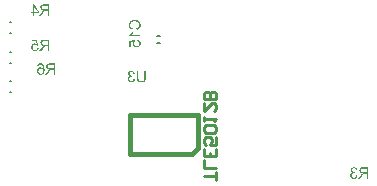
<source format=gbo>
G04*
G04 #@! TF.GenerationSoftware,Altium Limited,Altium Designer,20.1.14 (287)*
G04*
G04 Layer_Color=32896*
%FSLAX25Y25*%
%MOIN*%
G70*
G04*
G04 #@! TF.SameCoordinates,7F5ADFAE-F052-4B02-90E5-093173F2D11D*
G04*
G04*
G04 #@! TF.FilePolarity,Positive*
G04*
G01*
G75*
%ADD10C,0.00787*%
%ADD11C,0.01575*%
%ADD15C,0.00984*%
G36*
X-10879Y21043D02*
X-10801Y21035D01*
X-10727Y21023D01*
X-10653Y21007D01*
X-10588Y20986D01*
X-10526Y20966D01*
X-10469Y20941D01*
X-10419Y20920D01*
X-10370Y20896D01*
X-10329Y20871D01*
X-10296Y20851D01*
X-10264Y20830D01*
X-10243Y20814D01*
X-10223Y20801D01*
X-10214Y20793D01*
X-10210Y20789D01*
X-10157Y20740D01*
X-10108Y20683D01*
X-10063Y20625D01*
X-10022Y20568D01*
X-9985Y20506D01*
X-9956Y20449D01*
X-9903Y20330D01*
X-9882Y20277D01*
X-9866Y20227D01*
X-9854Y20182D01*
X-9841Y20145D01*
X-9833Y20113D01*
X-9829Y20088D01*
X-9825Y20072D01*
Y20068D01*
X-10288Y19986D01*
X-10313Y20105D01*
X-10346Y20207D01*
X-10383Y20297D01*
X-10424Y20367D01*
X-10456Y20424D01*
X-10489Y20461D01*
X-10510Y20486D01*
X-10518Y20494D01*
X-10592Y20551D01*
X-10665Y20592D01*
X-10743Y20625D01*
X-10813Y20646D01*
X-10879Y20658D01*
X-10903Y20662D01*
X-10928D01*
X-10948Y20666D01*
X-10973D01*
X-11071Y20658D01*
X-11157Y20642D01*
X-11235Y20613D01*
X-11301Y20584D01*
X-11350Y20551D01*
X-11387Y20523D01*
X-11412Y20506D01*
X-11420Y20498D01*
X-11453Y20465D01*
X-11477Y20433D01*
X-11522Y20359D01*
X-11555Y20289D01*
X-11576Y20223D01*
X-11588Y20162D01*
X-11592Y20117D01*
X-11596Y20096D01*
Y20084D01*
Y20076D01*
Y20072D01*
X-11592Y20014D01*
X-11584Y19961D01*
X-11576Y19908D01*
X-11559Y19863D01*
X-11518Y19781D01*
X-11477Y19715D01*
X-11432Y19662D01*
X-11391Y19625D01*
X-11375Y19613D01*
X-11366Y19604D01*
X-11358Y19596D01*
X-11354D01*
X-11264Y19543D01*
X-11170Y19506D01*
X-11079Y19477D01*
X-10998Y19461D01*
X-10928Y19448D01*
X-10899Y19444D01*
X-10870D01*
X-10850Y19440D01*
X-10797D01*
X-10772Y19444D01*
X-10751Y19448D01*
X-10743D01*
X-10694Y19043D01*
X-10764Y19059D01*
X-10829Y19071D01*
X-10883Y19080D01*
X-10932Y19088D01*
X-10969D01*
X-10998Y19092D01*
X-11022D01*
X-11079Y19088D01*
X-11137Y19084D01*
X-11239Y19059D01*
X-11330Y19026D01*
X-11407Y18989D01*
X-11469Y18948D01*
X-11494Y18932D01*
X-11514Y18915D01*
X-11530Y18903D01*
X-11543Y18891D01*
X-11547Y18887D01*
X-11551Y18883D01*
X-11588Y18842D01*
X-11621Y18801D01*
X-11649Y18760D01*
X-11674Y18715D01*
X-11711Y18629D01*
X-11740Y18542D01*
X-11752Y18469D01*
X-11756Y18440D01*
X-11760Y18411D01*
X-11764Y18391D01*
Y18370D01*
Y18362D01*
Y18358D01*
X-11760Y18296D01*
X-11756Y18239D01*
X-11727Y18128D01*
X-11694Y18034D01*
X-11654Y17952D01*
X-11629Y17915D01*
X-11608Y17886D01*
X-11592Y17858D01*
X-11576Y17837D01*
X-11559Y17821D01*
X-11547Y17808D01*
X-11543Y17800D01*
X-11539Y17796D01*
X-11494Y17755D01*
X-11449Y17722D01*
X-11403Y17694D01*
X-11358Y17665D01*
X-11264Y17624D01*
X-11174Y17599D01*
X-11100Y17583D01*
X-11063Y17579D01*
X-11039Y17575D01*
X-11014Y17571D01*
X-10981D01*
X-10883Y17579D01*
X-10788Y17599D01*
X-10711Y17624D01*
X-10641Y17657D01*
X-10583Y17690D01*
X-10542Y17714D01*
X-10530Y17727D01*
X-10518Y17735D01*
X-10514Y17743D01*
X-10510D01*
X-10477Y17780D01*
X-10444Y17817D01*
X-10387Y17903D01*
X-10341Y17997D01*
X-10305Y18091D01*
X-10276Y18178D01*
X-10268Y18214D01*
X-10260Y18247D01*
X-10251Y18276D01*
X-10247Y18296D01*
X-10243Y18309D01*
Y18313D01*
X-9780Y18251D01*
X-9792Y18165D01*
X-9809Y18083D01*
X-9833Y18005D01*
X-9858Y17932D01*
X-9886Y17862D01*
X-9919Y17800D01*
X-9952Y17739D01*
X-9985Y17690D01*
X-10018Y17640D01*
X-10046Y17599D01*
X-10075Y17562D01*
X-10100Y17534D01*
X-10124Y17509D01*
X-10141Y17493D01*
X-10149Y17485D01*
X-10153Y17481D01*
X-10214Y17427D01*
X-10284Y17382D01*
X-10350Y17345D01*
X-10419Y17308D01*
X-10489Y17280D01*
X-10559Y17259D01*
X-10624Y17239D01*
X-10690Y17222D01*
X-10751Y17210D01*
X-10805Y17202D01*
X-10854Y17194D01*
X-10899Y17189D01*
X-10932D01*
X-10961Y17185D01*
X-10981D01*
X-11084Y17189D01*
X-11178Y17202D01*
X-11268Y17218D01*
X-11354Y17239D01*
X-11436Y17263D01*
X-11510Y17292D01*
X-11580Y17325D01*
X-11641Y17357D01*
X-11699Y17386D01*
X-11748Y17419D01*
X-11793Y17448D01*
X-11826Y17472D01*
X-11854Y17493D01*
X-11875Y17509D01*
X-11887Y17522D01*
X-11891Y17526D01*
X-11957Y17591D01*
X-12010Y17661D01*
X-12059Y17731D01*
X-12100Y17804D01*
X-12137Y17874D01*
X-12166Y17944D01*
X-12191Y18009D01*
X-12211Y18075D01*
X-12228Y18136D01*
X-12236Y18190D01*
X-12244Y18239D01*
X-12252Y18284D01*
Y18317D01*
X-12256Y18346D01*
Y18362D01*
Y18366D01*
Y18432D01*
X-12248Y18497D01*
X-12228Y18616D01*
X-12195Y18719D01*
X-12178Y18764D01*
X-12162Y18805D01*
X-12145Y18846D01*
X-12129Y18879D01*
X-12113Y18907D01*
X-12096Y18928D01*
X-12084Y18948D01*
X-12076Y18961D01*
X-12072Y18969D01*
X-12068Y18973D01*
X-11994Y19059D01*
X-11908Y19129D01*
X-11822Y19182D01*
X-11740Y19227D01*
X-11662Y19260D01*
X-11629Y19272D01*
X-11604Y19280D01*
X-11580Y19289D01*
X-11563Y19293D01*
X-11551Y19297D01*
X-11547D01*
X-11637Y19346D01*
X-11715Y19395D01*
X-11785Y19448D01*
X-11838Y19502D01*
X-11883Y19547D01*
X-11912Y19584D01*
X-11932Y19608D01*
X-11936Y19613D01*
Y19617D01*
X-11981Y19694D01*
X-12014Y19772D01*
X-12039Y19846D01*
X-12055Y19916D01*
X-12064Y19973D01*
X-12072Y20022D01*
Y20039D01*
Y20051D01*
Y20059D01*
Y20064D01*
X-12068Y20158D01*
X-12051Y20248D01*
X-12027Y20330D01*
X-12002Y20404D01*
X-11977Y20465D01*
X-11965Y20490D01*
X-11953Y20510D01*
X-11945Y20527D01*
X-11936Y20543D01*
X-11932Y20547D01*
Y20551D01*
X-11875Y20633D01*
X-11809Y20703D01*
X-11744Y20765D01*
X-11678Y20818D01*
X-11621Y20859D01*
X-11576Y20888D01*
X-11555Y20900D01*
X-11543Y20908D01*
X-11535Y20912D01*
X-11530D01*
X-11432Y20957D01*
X-11334Y20990D01*
X-11235Y21015D01*
X-11149Y21031D01*
X-11071Y21039D01*
X-11043Y21043D01*
X-11014Y21047D01*
X-10961D01*
X-10879Y21043D01*
D02*
G37*
G36*
X-6155Y18850D02*
Y18739D01*
X-6164Y18637D01*
X-6168Y18538D01*
X-6180Y18448D01*
X-6188Y18362D01*
X-6200Y18284D01*
X-6213Y18214D01*
X-6229Y18149D01*
X-6242Y18091D01*
X-6254Y18042D01*
X-6266Y17997D01*
X-6278Y17964D01*
X-6287Y17936D01*
X-6295Y17915D01*
X-6299Y17903D01*
Y17899D01*
X-6328Y17837D01*
X-6360Y17776D01*
X-6434Y17669D01*
X-6512Y17579D01*
X-6594Y17505D01*
X-6631Y17472D01*
X-6664Y17448D01*
X-6697Y17423D01*
X-6725Y17403D01*
X-6746Y17390D01*
X-6762Y17378D01*
X-6775Y17374D01*
X-6779Y17370D01*
X-6844Y17337D01*
X-6914Y17312D01*
X-7057Y17267D01*
X-7205Y17234D01*
X-7344Y17214D01*
X-7406Y17206D01*
X-7467Y17198D01*
X-7517Y17194D01*
X-7562D01*
X-7599Y17189D01*
X-7652D01*
X-7750Y17194D01*
X-7845Y17198D01*
X-7935Y17210D01*
X-8021Y17222D01*
X-8099Y17239D01*
X-8173Y17255D01*
X-8238Y17276D01*
X-8296Y17296D01*
X-8353Y17312D01*
X-8398Y17333D01*
X-8439Y17349D01*
X-8472Y17366D01*
X-8501Y17378D01*
X-8517Y17390D01*
X-8529Y17394D01*
X-8533Y17399D01*
X-8595Y17439D01*
X-8652Y17481D01*
X-8702Y17526D01*
X-8751Y17571D01*
X-8792Y17616D01*
X-8833Y17665D01*
X-8866Y17706D01*
X-8894Y17751D01*
X-8943Y17825D01*
X-8960Y17858D01*
X-8976Y17886D01*
X-8988Y17911D01*
X-8997Y17927D01*
X-9001Y17940D01*
Y17944D01*
X-9025Y18009D01*
X-9046Y18079D01*
X-9079Y18227D01*
X-9099Y18378D01*
X-9116Y18522D01*
X-9120Y18592D01*
X-9124Y18653D01*
X-9128Y18706D01*
X-9132Y18756D01*
Y18797D01*
Y18825D01*
Y18842D01*
Y18850D01*
Y21035D01*
X-8632D01*
Y18850D01*
X-8628Y18723D01*
X-8624Y18604D01*
X-8611Y18497D01*
X-8595Y18399D01*
X-8579Y18313D01*
X-8558Y18235D01*
X-8533Y18165D01*
X-8513Y18104D01*
X-8492Y18050D01*
X-8468Y18005D01*
X-8447Y17968D01*
X-8431Y17940D01*
X-8415Y17919D01*
X-8406Y17903D01*
X-8398Y17895D01*
X-8394Y17890D01*
X-8345Y17845D01*
X-8292Y17808D01*
X-8234Y17776D01*
X-8173Y17747D01*
X-8107Y17722D01*
X-8041Y17702D01*
X-7914Y17673D01*
X-7853Y17661D01*
X-7795Y17653D01*
X-7742Y17649D01*
X-7697Y17645D01*
X-7660Y17640D01*
X-7607D01*
X-7492Y17645D01*
X-7385Y17661D01*
X-7291Y17681D01*
X-7209Y17702D01*
X-7176Y17714D01*
X-7148Y17727D01*
X-7119Y17735D01*
X-7098Y17743D01*
X-7082Y17751D01*
X-7070Y17759D01*
X-7062Y17763D01*
X-7057D01*
X-6979Y17817D01*
X-6914Y17874D01*
X-6861Y17932D01*
X-6820Y17993D01*
X-6787Y18042D01*
X-6762Y18087D01*
X-6754Y18104D01*
X-6750Y18116D01*
X-6746Y18120D01*
Y18124D01*
X-6729Y18169D01*
X-6717Y18223D01*
X-6692Y18337D01*
X-6676Y18456D01*
X-6668Y18575D01*
X-6664Y18629D01*
X-6660Y18682D01*
Y18727D01*
X-6656Y18768D01*
Y18805D01*
Y18829D01*
Y18846D01*
Y18850D01*
Y21035D01*
X-6155D01*
Y18850D01*
D02*
G37*
G36*
X-41170Y23578D02*
X-41067Y23562D01*
X-40969Y23542D01*
X-40879Y23513D01*
X-40793Y23480D01*
X-40715Y23443D01*
X-40641Y23406D01*
X-40576Y23365D01*
X-40518Y23324D01*
X-40469Y23287D01*
X-40424Y23250D01*
X-40391Y23218D01*
X-40362Y23189D01*
X-40342Y23168D01*
X-40330Y23152D01*
X-40325Y23148D01*
X-40256Y23050D01*
X-40190Y22939D01*
X-40137Y22816D01*
X-40092Y22689D01*
X-40051Y22558D01*
X-40018Y22426D01*
X-39993Y22295D01*
X-39969Y22164D01*
X-39952Y22041D01*
X-39940Y21926D01*
X-39932Y21824D01*
X-39928Y21734D01*
X-39924Y21692D01*
Y21660D01*
X-39919Y21627D01*
Y21602D01*
Y21582D01*
Y21565D01*
Y21557D01*
Y21553D01*
X-39924Y21377D01*
X-39936Y21213D01*
X-39952Y21061D01*
X-39977Y20922D01*
X-40006Y20795D01*
X-40034Y20680D01*
X-40067Y20577D01*
X-40104Y20487D01*
X-40137Y20405D01*
X-40170Y20335D01*
X-40198Y20278D01*
X-40227Y20233D01*
X-40252Y20196D01*
X-40268Y20171D01*
X-40280Y20155D01*
X-40284Y20151D01*
X-40354Y20077D01*
X-40432Y20011D01*
X-40506Y19954D01*
X-40588Y19905D01*
X-40666Y19864D01*
X-40744Y19827D01*
X-40821Y19802D01*
X-40895Y19778D01*
X-40965Y19761D01*
X-41026Y19749D01*
X-41084Y19737D01*
X-41133Y19733D01*
X-41174Y19729D01*
X-41207Y19725D01*
X-41232D01*
X-41355Y19733D01*
X-41469Y19749D01*
X-41576Y19774D01*
X-41666Y19806D01*
X-41703Y19819D01*
X-41740Y19835D01*
X-41769Y19848D01*
X-41793Y19860D01*
X-41814Y19868D01*
X-41830Y19876D01*
X-41838Y19884D01*
X-41842D01*
X-41937Y19950D01*
X-42023Y20028D01*
X-42097Y20106D01*
X-42154Y20180D01*
X-42203Y20249D01*
X-42220Y20278D01*
X-42236Y20303D01*
X-42248Y20323D01*
X-42257Y20339D01*
X-42265Y20348D01*
Y20352D01*
X-42318Y20471D01*
X-42355Y20585D01*
X-42384Y20696D01*
X-42400Y20799D01*
X-42408Y20844D01*
X-42412Y20889D01*
X-42416Y20926D01*
Y20955D01*
X-42421Y20983D01*
Y21000D01*
Y21012D01*
Y21016D01*
X-42416Y21114D01*
X-42408Y21209D01*
X-42392Y21299D01*
X-42371Y21381D01*
X-42343Y21459D01*
X-42318Y21533D01*
X-42285Y21598D01*
X-42257Y21660D01*
X-42228Y21713D01*
X-42195Y21762D01*
X-42170Y21803D01*
X-42146Y21836D01*
X-42121Y21865D01*
X-42105Y21881D01*
X-42097Y21893D01*
X-42092Y21897D01*
X-42031Y21959D01*
X-41965Y22012D01*
X-41900Y22057D01*
X-41830Y22098D01*
X-41765Y22131D01*
X-41699Y22160D01*
X-41633Y22180D01*
X-41576Y22201D01*
X-41519Y22213D01*
X-41465Y22226D01*
X-41420Y22230D01*
X-41379Y22238D01*
X-41346D01*
X-41322Y22242D01*
X-41301D01*
X-41203Y22238D01*
X-41109Y22221D01*
X-41022Y22201D01*
X-40944Y22180D01*
X-40879Y22156D01*
X-40854Y22143D01*
X-40830Y22135D01*
X-40813Y22127D01*
X-40801Y22119D01*
X-40793Y22115D01*
X-40789D01*
X-40703Y22061D01*
X-40625Y22004D01*
X-40555Y21943D01*
X-40494Y21881D01*
X-40448Y21824D01*
X-40411Y21779D01*
X-40399Y21762D01*
X-40391Y21750D01*
X-40383Y21742D01*
X-40383Y21738D01*
Y21742D01*
X-40383Y21742D01*
X-40387Y21840D01*
X-40391Y21938D01*
X-40395Y22029D01*
X-40403Y22111D01*
X-40416Y22189D01*
X-40428Y22262D01*
X-40436Y22328D01*
X-40448Y22385D01*
X-40461Y22435D01*
X-40473Y22480D01*
X-40485Y22521D01*
X-40494Y22549D01*
X-40502Y22574D01*
X-40510Y22594D01*
X-40514Y22603D01*
Y22607D01*
X-40567Y22713D01*
X-40621Y22808D01*
X-40678Y22890D01*
X-40735Y22955D01*
X-40785Y23009D01*
X-40821Y23045D01*
X-40838Y23058D01*
X-40850Y23066D01*
X-40854Y23074D01*
X-40858D01*
X-40924Y23115D01*
X-40990Y23148D01*
X-41055Y23168D01*
X-41117Y23185D01*
X-41170Y23193D01*
X-41215Y23201D01*
X-41252D01*
X-41301Y23197D01*
X-41350Y23193D01*
X-41441Y23168D01*
X-41523Y23140D01*
X-41588Y23103D01*
X-41646Y23066D01*
X-41687Y23033D01*
X-41699Y23021D01*
X-41711Y23009D01*
X-41715Y23005D01*
X-41719Y23000D01*
X-41760Y22947D01*
X-41793Y22886D01*
X-41826Y22820D01*
X-41851Y22754D01*
X-41871Y22697D01*
X-41883Y22648D01*
X-41888Y22627D01*
X-41892Y22615D01*
X-41896Y22607D01*
Y22603D01*
X-42359Y22640D01*
X-42347Y22722D01*
X-42326Y22795D01*
X-42306Y22865D01*
X-42281Y22931D01*
X-42252Y22992D01*
X-42224Y23050D01*
X-42195Y23103D01*
X-42166Y23148D01*
X-42138Y23189D01*
X-42109Y23226D01*
X-42084Y23259D01*
X-42060Y23283D01*
X-42043Y23304D01*
X-42027Y23316D01*
X-42019Y23324D01*
X-42015Y23328D01*
X-41957Y23373D01*
X-41900Y23410D01*
X-41842Y23447D01*
X-41781Y23476D01*
X-41715Y23501D01*
X-41658Y23521D01*
X-41539Y23550D01*
X-41486Y23562D01*
X-41436Y23570D01*
X-41391Y23574D01*
X-41355Y23578D01*
X-41326Y23583D01*
X-41281D01*
X-41170Y23578D01*
D02*
G37*
G36*
X-36320Y19786D02*
X-36820D01*
Y21467D01*
X-37464D01*
X-37521Y21463D01*
X-37570Y21459D01*
X-37611D01*
X-37640Y21455D01*
X-37660Y21451D01*
X-37673Y21447D01*
X-37677D01*
X-37722Y21434D01*
X-37763Y21418D01*
X-37800Y21401D01*
X-37837Y21385D01*
X-37865Y21369D01*
X-37886Y21356D01*
X-37902Y21348D01*
X-37906Y21344D01*
X-37947Y21315D01*
X-37993Y21274D01*
X-38038Y21233D01*
X-38074Y21192D01*
X-38111Y21155D01*
X-38136Y21123D01*
X-38152Y21102D01*
X-38161Y21098D01*
Y21094D01*
X-38218Y21020D01*
X-38280Y20938D01*
X-38337Y20852D01*
X-38394Y20766D01*
X-38443Y20692D01*
X-38468Y20659D01*
X-38484Y20631D01*
X-38501Y20606D01*
X-38513Y20590D01*
X-38517Y20577D01*
X-38521Y20573D01*
X-39022Y19786D01*
X-39649D01*
X-38993Y20815D01*
X-38919Y20922D01*
X-38845Y21020D01*
X-38776Y21106D01*
X-38714Y21180D01*
X-38661Y21237D01*
X-38636Y21262D01*
X-38616Y21283D01*
X-38599Y21299D01*
X-38587Y21311D01*
X-38583Y21315D01*
X-38579Y21319D01*
X-38538Y21352D01*
X-38489Y21389D01*
X-38439Y21418D01*
X-38390Y21447D01*
X-38345Y21471D01*
X-38308Y21492D01*
X-38284Y21504D01*
X-38280Y21508D01*
X-38275D01*
X-38374Y21524D01*
X-38468Y21545D01*
X-38554Y21569D01*
X-38632Y21594D01*
X-38706Y21623D01*
X-38772Y21652D01*
X-38829Y21680D01*
X-38882Y21709D01*
X-38931Y21738D01*
X-38972Y21766D01*
X-39005Y21791D01*
X-39034Y21811D01*
X-39054Y21832D01*
X-39071Y21844D01*
X-39079Y21852D01*
X-39083Y21857D01*
X-39128Y21910D01*
X-39169Y21963D01*
X-39206Y22020D01*
X-39235Y22078D01*
X-39259Y22135D01*
X-39280Y22193D01*
X-39313Y22299D01*
X-39325Y22348D01*
X-39333Y22394D01*
X-39337Y22435D01*
X-39341Y22471D01*
X-39345Y22496D01*
Y22521D01*
Y22533D01*
Y22537D01*
X-39337Y22652D01*
X-39321Y22759D01*
X-39296Y22853D01*
X-39268Y22939D01*
X-39251Y22976D01*
X-39235Y23009D01*
X-39222Y23037D01*
X-39210Y23062D01*
X-39202Y23082D01*
X-39194Y23095D01*
X-39186Y23103D01*
Y23107D01*
X-39124Y23197D01*
X-39054Y23271D01*
X-38985Y23337D01*
X-38915Y23386D01*
X-38858Y23423D01*
X-38808Y23447D01*
X-38788Y23456D01*
X-38776Y23464D01*
X-38767Y23468D01*
X-38763D01*
X-38710Y23484D01*
X-38657Y23501D01*
X-38534Y23525D01*
X-38407Y23546D01*
X-38284Y23558D01*
X-38222Y23562D01*
X-38169Y23566D01*
X-38124D01*
X-38079Y23570D01*
X-36320D01*
Y19786D01*
D02*
G37*
G36*
X-41980Y29458D02*
X-42415Y29396D01*
X-42456Y29454D01*
X-42501Y29507D01*
X-42550Y29552D01*
X-42591Y29593D01*
X-42632Y29622D01*
X-42665Y29647D01*
X-42685Y29659D01*
X-42694Y29663D01*
X-42763Y29700D01*
X-42833Y29724D01*
X-42903Y29745D01*
X-42968Y29757D01*
X-43022Y29765D01*
X-43067Y29770D01*
X-43104D01*
X-43169Y29765D01*
X-43231Y29761D01*
X-43292Y29749D01*
X-43345Y29733D01*
X-43448Y29696D01*
X-43489Y29675D01*
X-43530Y29655D01*
X-43567Y29630D01*
X-43596Y29610D01*
X-43624Y29589D01*
X-43645Y29573D01*
X-43661Y29556D01*
X-43678Y29544D01*
X-43682Y29540D01*
X-43686Y29536D01*
X-43727Y29491D01*
X-43760Y29441D01*
X-43792Y29392D01*
X-43817Y29343D01*
X-43858Y29237D01*
X-43883Y29138D01*
X-43891Y29089D01*
X-43899Y29048D01*
X-43903Y29007D01*
X-43907Y28974D01*
X-43911Y28945D01*
Y28925D01*
Y28913D01*
Y28909D01*
X-43907Y28831D01*
X-43903Y28761D01*
X-43891Y28691D01*
X-43874Y28626D01*
X-43858Y28568D01*
X-43837Y28511D01*
X-43817Y28462D01*
X-43797Y28416D01*
X-43772Y28376D01*
X-43751Y28339D01*
X-43731Y28310D01*
X-43714Y28281D01*
X-43698Y28261D01*
X-43686Y28248D01*
X-43682Y28240D01*
X-43678Y28236D01*
X-43633Y28191D01*
X-43587Y28154D01*
X-43542Y28121D01*
X-43493Y28093D01*
X-43444Y28068D01*
X-43399Y28047D01*
X-43309Y28019D01*
X-43231Y27998D01*
X-43198Y27994D01*
X-43169Y27990D01*
X-43145Y27986D01*
X-43112D01*
X-43058Y27990D01*
X-43009Y27994D01*
X-42919Y28015D01*
X-42837Y28043D01*
X-42767Y28076D01*
X-42710Y28105D01*
X-42669Y28134D01*
X-42653Y28146D01*
X-42640Y28154D01*
X-42636Y28162D01*
X-42632D01*
X-42599Y28199D01*
X-42566Y28236D01*
X-42513Y28318D01*
X-42468Y28408D01*
X-42435Y28494D01*
X-42415Y28572D01*
X-42402Y28609D01*
X-42398Y28638D01*
X-42394Y28662D01*
X-42390Y28679D01*
X-42386Y28691D01*
Y28695D01*
X-41898Y28658D01*
X-41910Y28572D01*
X-41927Y28486D01*
X-41947Y28408D01*
X-41976Y28335D01*
X-42005Y28269D01*
X-42033Y28203D01*
X-42066Y28146D01*
X-42099Y28097D01*
X-42132Y28047D01*
X-42161Y28007D01*
X-42189Y27974D01*
X-42218Y27945D01*
X-42239Y27920D01*
X-42255Y27904D01*
X-42263Y27896D01*
X-42267Y27892D01*
X-42333Y27843D01*
X-42398Y27797D01*
X-42468Y27760D01*
X-42538Y27728D01*
X-42608Y27699D01*
X-42677Y27674D01*
X-42747Y27654D01*
X-42812Y27642D01*
X-42874Y27629D01*
X-42931Y27621D01*
X-42981Y27613D01*
X-43026Y27609D01*
X-43063Y27605D01*
X-43112D01*
X-43227Y27609D01*
X-43333Y27625D01*
X-43436Y27646D01*
X-43530Y27678D01*
X-43620Y27711D01*
X-43702Y27748D01*
X-43776Y27793D01*
X-43842Y27834D01*
X-43903Y27875D01*
X-43956Y27920D01*
X-44001Y27957D01*
X-44038Y27994D01*
X-44067Y28023D01*
X-44088Y28043D01*
X-44100Y28060D01*
X-44104Y28064D01*
X-44157Y28134D01*
X-44202Y28207D01*
X-44243Y28285D01*
X-44276Y28359D01*
X-44305Y28433D01*
X-44330Y28507D01*
X-44350Y28580D01*
X-44366Y28646D01*
X-44379Y28712D01*
X-44387Y28769D01*
X-44395Y28818D01*
X-44399Y28863D01*
X-44403Y28900D01*
Y28925D01*
Y28945D01*
Y28949D01*
X-44399Y29048D01*
X-44387Y29142D01*
X-44370Y29232D01*
X-44350Y29314D01*
X-44325Y29396D01*
X-44293Y29466D01*
X-44264Y29536D01*
X-44231Y29597D01*
X-44198Y29651D01*
X-44170Y29696D01*
X-44141Y29741D01*
X-44112Y29774D01*
X-44092Y29798D01*
X-44075Y29819D01*
X-44063Y29831D01*
X-44059Y29835D01*
X-43993Y29897D01*
X-43924Y29950D01*
X-43854Y29995D01*
X-43784Y30036D01*
X-43714Y30069D01*
X-43645Y30097D01*
X-43579Y30118D01*
X-43514Y30138D01*
X-43456Y30151D01*
X-43399Y30163D01*
X-43350Y30167D01*
X-43309Y30175D01*
X-43276D01*
X-43247Y30180D01*
X-43227D01*
X-43157Y30175D01*
X-43087Y30171D01*
X-43022Y30159D01*
X-42956Y30143D01*
X-42837Y30106D01*
X-42780Y30081D01*
X-42731Y30061D01*
X-42681Y30040D01*
X-42640Y30016D01*
X-42603Y29995D01*
X-42571Y29979D01*
X-42546Y29962D01*
X-42530Y29954D01*
X-42517Y29946D01*
X-42513Y29942D01*
X-42714Y30959D01*
X-44227D01*
Y31401D01*
X-42345D01*
X-41980Y29458D01*
D02*
G37*
G36*
X-38274Y27666D02*
X-38774D01*
Y29347D01*
X-39418D01*
X-39475Y29343D01*
X-39524Y29339D01*
X-39565D01*
X-39594Y29335D01*
X-39614Y29331D01*
X-39627Y29327D01*
X-39631D01*
X-39676Y29314D01*
X-39717Y29298D01*
X-39754Y29282D01*
X-39791Y29265D01*
X-39819Y29249D01*
X-39840Y29237D01*
X-39856Y29228D01*
X-39860Y29224D01*
X-39902Y29195D01*
X-39947Y29155D01*
X-39992Y29114D01*
X-40029Y29072D01*
X-40066Y29036D01*
X-40090Y29003D01*
X-40106Y28982D01*
X-40115Y28978D01*
Y28974D01*
X-40172Y28900D01*
X-40234Y28818D01*
X-40291Y28732D01*
X-40348Y28646D01*
X-40398Y28572D01*
X-40422Y28539D01*
X-40439Y28511D01*
X-40455Y28486D01*
X-40467Y28470D01*
X-40471Y28457D01*
X-40475Y28453D01*
X-40976Y27666D01*
X-41603D01*
X-40947Y28695D01*
X-40873Y28802D01*
X-40799Y28900D01*
X-40730Y28986D01*
X-40668Y29060D01*
X-40615Y29118D01*
X-40590Y29142D01*
X-40570Y29163D01*
X-40553Y29179D01*
X-40541Y29191D01*
X-40537Y29195D01*
X-40533Y29200D01*
X-40492Y29232D01*
X-40443Y29269D01*
X-40393Y29298D01*
X-40344Y29327D01*
X-40299Y29351D01*
X-40262Y29372D01*
X-40238Y29384D01*
X-40234Y29388D01*
X-40229D01*
X-40328Y29405D01*
X-40422Y29425D01*
X-40508Y29450D01*
X-40586Y29474D01*
X-40660Y29503D01*
X-40726Y29532D01*
X-40783Y29560D01*
X-40836Y29589D01*
X-40885Y29618D01*
X-40927Y29647D01*
X-40959Y29671D01*
X-40988Y29692D01*
X-41008Y29712D01*
X-41025Y29724D01*
X-41033Y29733D01*
X-41037Y29737D01*
X-41082Y29790D01*
X-41123Y29843D01*
X-41160Y29901D01*
X-41189Y29958D01*
X-41214Y30016D01*
X-41234Y30073D01*
X-41267Y30180D01*
X-41279Y30229D01*
X-41287Y30274D01*
X-41291Y30315D01*
X-41295Y30352D01*
X-41300Y30376D01*
Y30401D01*
Y30413D01*
Y30417D01*
X-41291Y30532D01*
X-41275Y30639D01*
X-41250Y30733D01*
X-41222Y30819D01*
X-41205Y30856D01*
X-41189Y30889D01*
X-41177Y30918D01*
X-41164Y30942D01*
X-41156Y30963D01*
X-41148Y30975D01*
X-41140Y30983D01*
Y30987D01*
X-41078Y31077D01*
X-41008Y31151D01*
X-40939Y31217D01*
X-40869Y31266D01*
X-40812Y31303D01*
X-40762Y31328D01*
X-40742Y31336D01*
X-40730Y31344D01*
X-40721Y31348D01*
X-40717D01*
X-40664Y31364D01*
X-40611Y31381D01*
X-40488Y31405D01*
X-40361Y31426D01*
X-40238Y31438D01*
X-40176Y31442D01*
X-40123Y31446D01*
X-40078D01*
X-40033Y31451D01*
X-38274D01*
Y27666D01*
D02*
G37*
G36*
X-38294Y39446D02*
X-38794D01*
Y41127D01*
X-39438D01*
X-39496Y41123D01*
X-39545Y41119D01*
X-39586D01*
X-39614Y41115D01*
X-39635Y41111D01*
X-39647Y41107D01*
X-39651D01*
X-39696Y41095D01*
X-39737Y41078D01*
X-39774Y41062D01*
X-39811Y41045D01*
X-39840Y41029D01*
X-39860Y41017D01*
X-39877Y41008D01*
X-39881Y41004D01*
X-39922Y40976D01*
X-39967Y40935D01*
X-40012Y40894D01*
X-40049Y40853D01*
X-40086Y40816D01*
X-40111Y40783D01*
X-40127Y40762D01*
X-40135Y40758D01*
Y40754D01*
X-40193Y40681D01*
X-40254Y40598D01*
X-40312Y40512D01*
X-40369Y40426D01*
X-40418Y40352D01*
X-40443Y40320D01*
X-40459Y40291D01*
X-40475Y40266D01*
X-40488Y40250D01*
X-40492Y40238D01*
X-40496Y40234D01*
X-40996Y39446D01*
X-41623D01*
X-40968Y40475D01*
X-40894Y40582D01*
X-40820Y40681D01*
X-40750Y40767D01*
X-40689Y40840D01*
X-40635Y40898D01*
X-40611Y40922D01*
X-40590Y40943D01*
X-40574Y40959D01*
X-40562Y40972D01*
X-40558Y40976D01*
X-40553Y40980D01*
X-40512Y41013D01*
X-40463Y41050D01*
X-40414Y41078D01*
X-40365Y41107D01*
X-40320Y41131D01*
X-40283Y41152D01*
X-40258Y41164D01*
X-40254Y41168D01*
X-40250D01*
X-40348Y41185D01*
X-40443Y41205D01*
X-40529Y41230D01*
X-40607Y41254D01*
X-40681Y41283D01*
X-40746Y41312D01*
X-40804Y41341D01*
X-40857Y41369D01*
X-40906Y41398D01*
X-40947Y41427D01*
X-40980Y41451D01*
X-41008Y41472D01*
X-41029Y41492D01*
X-41045Y41505D01*
X-41054Y41513D01*
X-41058Y41517D01*
X-41103Y41570D01*
X-41144Y41623D01*
X-41181Y41681D01*
X-41209Y41738D01*
X-41234Y41796D01*
X-41254Y41853D01*
X-41287Y41960D01*
X-41300Y42009D01*
X-41308Y42054D01*
X-41312Y42095D01*
X-41316Y42132D01*
X-41320Y42156D01*
Y42181D01*
Y42193D01*
Y42197D01*
X-41312Y42312D01*
X-41295Y42419D01*
X-41271Y42513D01*
X-41242Y42599D01*
X-41226Y42636D01*
X-41209Y42669D01*
X-41197Y42698D01*
X-41185Y42722D01*
X-41177Y42743D01*
X-41168Y42755D01*
X-41160Y42763D01*
Y42767D01*
X-41099Y42858D01*
X-41029Y42931D01*
X-40959Y42997D01*
X-40890Y43046D01*
X-40832Y43083D01*
X-40783Y43108D01*
X-40762Y43116D01*
X-40750Y43124D01*
X-40742Y43128D01*
X-40738D01*
X-40685Y43145D01*
X-40631Y43161D01*
X-40508Y43186D01*
X-40381Y43206D01*
X-40258Y43218D01*
X-40197Y43222D01*
X-40143Y43227D01*
X-40098D01*
X-40053Y43231D01*
X-38294D01*
Y39446D01*
D02*
G37*
G36*
X-41759Y40779D02*
Y40352D01*
X-43407D01*
Y39446D01*
X-43870D01*
Y40352D01*
X-44383D01*
Y40779D01*
X-43870D01*
Y43231D01*
X-43489D01*
X-41759Y40779D01*
D02*
G37*
G36*
X63327Y-11073D02*
X63405Y-11081D01*
X63479Y-11094D01*
X63553Y-11110D01*
X63618Y-11130D01*
X63680Y-11151D01*
X63737Y-11175D01*
X63786Y-11196D01*
X63836Y-11221D01*
X63877Y-11245D01*
X63909Y-11266D01*
X63942Y-11286D01*
X63963Y-11303D01*
X63983Y-11315D01*
X63991Y-11323D01*
X63995Y-11327D01*
X64049Y-11376D01*
X64098Y-11434D01*
X64143Y-11491D01*
X64184Y-11549D01*
X64221Y-11610D01*
X64250Y-11667D01*
X64303Y-11786D01*
X64324Y-11840D01*
X64340Y-11889D01*
X64352Y-11934D01*
X64364Y-11971D01*
X64373Y-12004D01*
X64377Y-12028D01*
X64381Y-12045D01*
Y-12049D01*
X63918Y-12131D01*
X63893Y-12012D01*
X63860Y-11909D01*
X63823Y-11819D01*
X63782Y-11750D01*
X63749Y-11692D01*
X63717Y-11655D01*
X63696Y-11631D01*
X63688Y-11622D01*
X63614Y-11565D01*
X63540Y-11524D01*
X63463Y-11491D01*
X63393Y-11471D01*
X63327Y-11458D01*
X63303Y-11454D01*
X63278D01*
X63257Y-11450D01*
X63233D01*
X63134Y-11458D01*
X63048Y-11475D01*
X62971Y-11503D01*
X62905Y-11532D01*
X62856Y-11565D01*
X62819Y-11594D01*
X62794Y-11610D01*
X62786Y-11618D01*
X62753Y-11651D01*
X62729Y-11684D01*
X62683Y-11758D01*
X62651Y-11827D01*
X62630Y-11893D01*
X62618Y-11954D01*
X62614Y-12000D01*
X62610Y-12020D01*
Y-12032D01*
Y-12041D01*
Y-12045D01*
X62614Y-12102D01*
X62622Y-12155D01*
X62630Y-12209D01*
X62647Y-12254D01*
X62688Y-12336D01*
X62729Y-12401D01*
X62774Y-12455D01*
X62815Y-12492D01*
X62831Y-12504D01*
X62839Y-12512D01*
X62848Y-12520D01*
X62852D01*
X62942Y-12574D01*
X63036Y-12610D01*
X63126Y-12639D01*
X63208Y-12656D01*
X63278Y-12668D01*
X63307Y-12672D01*
X63335D01*
X63356Y-12676D01*
X63409D01*
X63434Y-12672D01*
X63454Y-12668D01*
X63463D01*
X63512Y-13074D01*
X63442Y-13057D01*
X63376Y-13045D01*
X63323Y-13037D01*
X63274Y-13029D01*
X63237D01*
X63208Y-13025D01*
X63184D01*
X63126Y-13029D01*
X63069Y-13033D01*
X62966Y-13057D01*
X62876Y-13090D01*
X62798Y-13127D01*
X62737Y-13168D01*
X62712Y-13184D01*
X62692Y-13201D01*
X62675Y-13213D01*
X62663Y-13226D01*
X62659Y-13230D01*
X62655Y-13234D01*
X62618Y-13275D01*
X62585Y-13316D01*
X62556Y-13357D01*
X62532Y-13402D01*
X62495Y-13488D01*
X62466Y-13574D01*
X62454Y-13648D01*
X62450Y-13677D01*
X62446Y-13705D01*
X62442Y-13726D01*
Y-13746D01*
Y-13754D01*
Y-13758D01*
X62446Y-13820D01*
X62450Y-13877D01*
X62479Y-13988D01*
X62511Y-14082D01*
X62552Y-14164D01*
X62577Y-14201D01*
X62597Y-14230D01*
X62614Y-14259D01*
X62630Y-14279D01*
X62647Y-14296D01*
X62659Y-14308D01*
X62663Y-14316D01*
X62667Y-14320D01*
X62712Y-14361D01*
X62757Y-14394D01*
X62802Y-14423D01*
X62848Y-14451D01*
X62942Y-14492D01*
X63032Y-14517D01*
X63106Y-14533D01*
X63143Y-14537D01*
X63167Y-14542D01*
X63192Y-14546D01*
X63225D01*
X63323Y-14537D01*
X63417Y-14517D01*
X63495Y-14492D01*
X63565Y-14460D01*
X63622Y-14427D01*
X63663Y-14402D01*
X63676Y-14390D01*
X63688Y-14382D01*
X63692Y-14374D01*
X63696D01*
X63729Y-14337D01*
X63762Y-14300D01*
X63819Y-14214D01*
X63864Y-14119D01*
X63901Y-14025D01*
X63930Y-13939D01*
X63938Y-13902D01*
X63946Y-13869D01*
X63955Y-13840D01*
X63959Y-13820D01*
X63963Y-13808D01*
Y-13804D01*
X64426Y-13865D01*
X64414Y-13951D01*
X64397Y-14033D01*
X64373Y-14111D01*
X64348Y-14185D01*
X64319Y-14255D01*
X64287Y-14316D01*
X64254Y-14378D01*
X64221Y-14427D01*
X64188Y-14476D01*
X64160Y-14517D01*
X64131Y-14554D01*
X64106Y-14583D01*
X64082Y-14607D01*
X64065Y-14624D01*
X64057Y-14632D01*
X64053Y-14636D01*
X63991Y-14689D01*
X63922Y-14734D01*
X63856Y-14771D01*
X63786Y-14808D01*
X63717Y-14837D01*
X63647Y-14857D01*
X63581Y-14878D01*
X63516Y-14894D01*
X63454Y-14907D01*
X63401Y-14915D01*
X63352Y-14923D01*
X63307Y-14927D01*
X63274D01*
X63245Y-14931D01*
X63225D01*
X63122Y-14927D01*
X63028Y-14915D01*
X62938Y-14898D01*
X62852Y-14878D01*
X62770Y-14853D01*
X62696Y-14825D01*
X62626Y-14792D01*
X62565Y-14759D01*
X62507Y-14730D01*
X62458Y-14697D01*
X62413Y-14669D01*
X62380Y-14644D01*
X62351Y-14624D01*
X62331Y-14607D01*
X62319Y-14595D01*
X62314Y-14591D01*
X62249Y-14525D01*
X62196Y-14456D01*
X62146Y-14386D01*
X62105Y-14312D01*
X62068Y-14242D01*
X62040Y-14173D01*
X62015Y-14107D01*
X61995Y-14041D01*
X61978Y-13980D01*
X61970Y-13927D01*
X61962Y-13877D01*
X61954Y-13832D01*
Y-13800D01*
X61950Y-13771D01*
Y-13754D01*
Y-13750D01*
Y-13685D01*
X61958Y-13619D01*
X61978Y-13500D01*
X62011Y-13398D01*
X62028Y-13353D01*
X62044Y-13312D01*
X62060Y-13271D01*
X62077Y-13238D01*
X62093Y-13209D01*
X62110Y-13189D01*
X62122Y-13168D01*
X62130Y-13156D01*
X62134Y-13148D01*
X62138Y-13144D01*
X62212Y-13057D01*
X62298Y-12988D01*
X62384Y-12934D01*
X62466Y-12889D01*
X62544Y-12856D01*
X62577Y-12844D01*
X62602Y-12836D01*
X62626Y-12828D01*
X62643Y-12824D01*
X62655Y-12820D01*
X62659D01*
X62569Y-12770D01*
X62491Y-12721D01*
X62421Y-12668D01*
X62368Y-12615D01*
X62323Y-12570D01*
X62294Y-12533D01*
X62274Y-12508D01*
X62269Y-12504D01*
Y-12500D01*
X62224Y-12422D01*
X62191Y-12344D01*
X62167Y-12270D01*
X62151Y-12201D01*
X62142Y-12143D01*
X62134Y-12094D01*
Y-12077D01*
Y-12065D01*
Y-12057D01*
Y-12053D01*
X62138Y-11959D01*
X62155Y-11868D01*
X62179Y-11786D01*
X62204Y-11713D01*
X62228Y-11651D01*
X62241Y-11626D01*
X62253Y-11606D01*
X62261Y-11590D01*
X62269Y-11573D01*
X62274Y-11569D01*
Y-11565D01*
X62331Y-11483D01*
X62397Y-11413D01*
X62462Y-11352D01*
X62528Y-11299D01*
X62585Y-11258D01*
X62630Y-11229D01*
X62651Y-11216D01*
X62663Y-11208D01*
X62671Y-11204D01*
X62675D01*
X62774Y-11159D01*
X62872Y-11126D01*
X62971Y-11102D01*
X63057Y-11085D01*
X63134Y-11077D01*
X63163Y-11073D01*
X63192Y-11069D01*
X63245D01*
X63327Y-11073D01*
D02*
G37*
G36*
X68050Y-14865D02*
X67550D01*
Y-13184D01*
X66906D01*
X66849Y-13189D01*
X66800Y-13193D01*
X66759D01*
X66730Y-13197D01*
X66710Y-13201D01*
X66697Y-13205D01*
X66693D01*
X66648Y-13217D01*
X66607Y-13234D01*
X66570Y-13250D01*
X66533Y-13266D01*
X66505Y-13283D01*
X66484Y-13295D01*
X66468Y-13303D01*
X66464Y-13307D01*
X66423Y-13336D01*
X66378Y-13377D01*
X66333Y-13418D01*
X66296Y-13459D01*
X66259Y-13496D01*
X66234Y-13529D01*
X66218Y-13549D01*
X66210Y-13554D01*
Y-13558D01*
X66152Y-13631D01*
X66091Y-13713D01*
X66033Y-13800D01*
X65976Y-13886D01*
X65927Y-13959D01*
X65902Y-13992D01*
X65886Y-14021D01*
X65869Y-14045D01*
X65857Y-14062D01*
X65853Y-14074D01*
X65849Y-14078D01*
X65349Y-14865D01*
X64721D01*
X65377Y-13836D01*
X65451Y-13730D01*
X65525Y-13631D01*
X65595Y-13545D01*
X65656Y-13472D01*
X65709Y-13414D01*
X65734Y-13389D01*
X65754Y-13369D01*
X65771Y-13353D01*
X65783Y-13340D01*
X65787Y-13336D01*
X65791Y-13332D01*
X65832Y-13299D01*
X65882Y-13262D01*
X65931Y-13234D01*
X65980Y-13205D01*
X66025Y-13180D01*
X66062Y-13160D01*
X66087Y-13148D01*
X66091Y-13144D01*
X66095D01*
X65996Y-13127D01*
X65902Y-13107D01*
X65816Y-13082D01*
X65738Y-13057D01*
X65664Y-13029D01*
X65599Y-13000D01*
X65541Y-12971D01*
X65488Y-12943D01*
X65439Y-12914D01*
X65398Y-12885D01*
X65365Y-12861D01*
X65336Y-12840D01*
X65316Y-12820D01*
X65299Y-12807D01*
X65291Y-12799D01*
X65287Y-12795D01*
X65242Y-12742D01*
X65201Y-12688D01*
X65164Y-12631D01*
X65135Y-12574D01*
X65111Y-12516D01*
X65090Y-12459D01*
X65057Y-12352D01*
X65045Y-12303D01*
X65037Y-12258D01*
X65033Y-12217D01*
X65029Y-12180D01*
X65025Y-12155D01*
Y-12131D01*
Y-12118D01*
Y-12114D01*
X65033Y-12000D01*
X65049Y-11893D01*
X65074Y-11799D01*
X65102Y-11713D01*
X65119Y-11676D01*
X65135Y-11643D01*
X65148Y-11614D01*
X65160Y-11590D01*
X65168Y-11569D01*
X65176Y-11557D01*
X65184Y-11549D01*
Y-11545D01*
X65246Y-11454D01*
X65316Y-11381D01*
X65385Y-11315D01*
X65455Y-11266D01*
X65513Y-11229D01*
X65562Y-11204D01*
X65582Y-11196D01*
X65595Y-11188D01*
X65603Y-11184D01*
X65607D01*
X65660Y-11167D01*
X65713Y-11151D01*
X65836Y-11126D01*
X65964Y-11106D01*
X66087Y-11094D01*
X66148Y-11089D01*
X66201Y-11085D01*
X66246D01*
X66291Y-11081D01*
X68050D01*
Y-14865D01*
D02*
G37*
G36*
X-9769Y38071D02*
X-9670Y38067D01*
X-9482Y38042D01*
X-9392Y38030D01*
X-9309Y38013D01*
X-9232Y37993D01*
X-9158Y37977D01*
X-9092Y37956D01*
X-9031Y37940D01*
X-8981Y37923D01*
X-8936Y37907D01*
X-8904Y37895D01*
X-8875Y37886D01*
X-8858Y37882D01*
X-8854Y37878D01*
X-8768Y37837D01*
X-8686Y37796D01*
X-8613Y37751D01*
X-8543Y37702D01*
X-8477Y37653D01*
X-8420Y37608D01*
X-8366Y37558D01*
X-8317Y37513D01*
X-8272Y37468D01*
X-8235Y37427D01*
X-8207Y37390D01*
X-8178Y37358D01*
X-8157Y37333D01*
X-8145Y37312D01*
X-8137Y37300D01*
X-8133Y37296D01*
X-8088Y37222D01*
X-8051Y37144D01*
X-8018Y37062D01*
X-7989Y36976D01*
X-7969Y36894D01*
X-7948Y36812D01*
X-7932Y36730D01*
X-7920Y36652D01*
X-7907Y36579D01*
X-7899Y36513D01*
X-7895Y36451D01*
X-7891Y36402D01*
X-7887Y36357D01*
Y36300D01*
X-7891Y36189D01*
X-7899Y36086D01*
X-7915Y35988D01*
X-7936Y35894D01*
X-7961Y35804D01*
X-7989Y35722D01*
X-8018Y35648D01*
X-8047Y35578D01*
X-8075Y35513D01*
X-8104Y35459D01*
X-8133Y35410D01*
X-8157Y35373D01*
X-8178Y35340D01*
X-8194Y35320D01*
X-8202Y35303D01*
X-8207Y35299D01*
X-8272Y35225D01*
X-8342Y35156D01*
X-8416Y35094D01*
X-8489Y35037D01*
X-8567Y34984D01*
X-8649Y34938D01*
X-8723Y34898D01*
X-8801Y34861D01*
X-8871Y34828D01*
X-8936Y34803D01*
X-8998Y34779D01*
X-9047Y34762D01*
X-9092Y34746D01*
X-9121Y34738D01*
X-9141Y34729D01*
X-9150D01*
X-9277Y35230D01*
X-9191Y35250D01*
X-9109Y35279D01*
X-9031Y35307D01*
X-8961Y35336D01*
X-8895Y35369D01*
X-8838Y35402D01*
X-8785Y35435D01*
X-8736Y35467D01*
X-8694Y35500D01*
X-8658Y35529D01*
X-8625Y35558D01*
X-8600Y35578D01*
X-8580Y35599D01*
X-8567Y35615D01*
X-8559Y35623D01*
X-8555Y35627D01*
X-8514Y35685D01*
X-8477Y35742D01*
X-8444Y35800D01*
X-8416Y35861D01*
X-8391Y35923D01*
X-8371Y35980D01*
X-8342Y36095D01*
X-8334Y36144D01*
X-8326Y36193D01*
X-8321Y36234D01*
X-8317Y36271D01*
X-8313Y36300D01*
Y36341D01*
X-8317Y36406D01*
X-8321Y36468D01*
X-8342Y36587D01*
X-8371Y36697D01*
X-8403Y36792D01*
X-8420Y36833D01*
X-8432Y36870D01*
X-8449Y36902D01*
X-8461Y36931D01*
X-8473Y36956D01*
X-8481Y36972D01*
X-8489Y36980D01*
Y36984D01*
X-8526Y37038D01*
X-8563Y37087D01*
X-8649Y37177D01*
X-8736Y37251D01*
X-8826Y37312D01*
X-8904Y37358D01*
X-8936Y37378D01*
X-8969Y37394D01*
X-8994Y37403D01*
X-9010Y37411D01*
X-9023Y37419D01*
X-9027D01*
X-9166Y37464D01*
X-9309Y37501D01*
X-9453Y37526D01*
X-9519Y37534D01*
X-9584Y37542D01*
X-9646Y37546D01*
X-9699Y37550D01*
X-9748Y37554D01*
X-9789D01*
X-9826Y37558D01*
X-9851D01*
X-9867D01*
X-9871D01*
X-10011Y37554D01*
X-10142Y37542D01*
X-10265Y37521D01*
X-10322Y37513D01*
X-10375Y37501D01*
X-10421Y37489D01*
X-10466Y37481D01*
X-10503Y37468D01*
X-10535Y37460D01*
X-10560Y37456D01*
X-10581Y37448D01*
X-10593Y37444D01*
X-10597D01*
X-10724Y37390D01*
X-10835Y37329D01*
X-10929Y37263D01*
X-10970Y37226D01*
X-11011Y37194D01*
X-11044Y37161D01*
X-11073Y37132D01*
X-11101Y37103D01*
X-11122Y37083D01*
X-11138Y37062D01*
X-11150Y37046D01*
X-11154Y37038D01*
X-11159Y37034D01*
X-11196Y36976D01*
X-11228Y36919D01*
X-11257Y36857D01*
X-11282Y36796D01*
X-11319Y36673D01*
X-11347Y36554D01*
X-11355Y36505D01*
X-11360Y36456D01*
X-11364Y36410D01*
X-11368Y36373D01*
X-11372Y36341D01*
Y36230D01*
X-11364Y36164D01*
X-11343Y36041D01*
X-11310Y35935D01*
X-11294Y35890D01*
X-11277Y35845D01*
X-11261Y35804D01*
X-11245Y35771D01*
X-11228Y35742D01*
X-11212Y35717D01*
X-11200Y35697D01*
X-11191Y35685D01*
X-11187Y35677D01*
X-11183Y35672D01*
X-11146Y35627D01*
X-11105Y35582D01*
X-11011Y35508D01*
X-10909Y35439D01*
X-10810Y35385D01*
X-10720Y35344D01*
X-10683Y35324D01*
X-10650Y35312D01*
X-10622Y35299D01*
X-10597Y35295D01*
X-10585Y35287D01*
X-10581D01*
X-10695Y34795D01*
X-10790Y34828D01*
X-10880Y34865D01*
X-10966Y34902D01*
X-11044Y34947D01*
X-11118Y34988D01*
X-11183Y35033D01*
X-11245Y35078D01*
X-11298Y35123D01*
X-11347Y35168D01*
X-11388Y35205D01*
X-11425Y35242D01*
X-11454Y35275D01*
X-11478Y35299D01*
X-11495Y35320D01*
X-11503Y35332D01*
X-11507Y35336D01*
X-11560Y35410D01*
X-11601Y35488D01*
X-11642Y35566D01*
X-11675Y35648D01*
X-11704Y35730D01*
X-11728Y35808D01*
X-11745Y35886D01*
X-11761Y35959D01*
X-11774Y36029D01*
X-11782Y36091D01*
X-11790Y36148D01*
X-11794Y36197D01*
X-11798Y36238D01*
Y36292D01*
X-11794Y36386D01*
X-11790Y36476D01*
X-11761Y36644D01*
X-11745Y36726D01*
X-11724Y36800D01*
X-11704Y36874D01*
X-11683Y36939D01*
X-11663Y36997D01*
X-11642Y37050D01*
X-11622Y37099D01*
X-11605Y37136D01*
X-11589Y37169D01*
X-11577Y37189D01*
X-11573Y37206D01*
X-11569Y37210D01*
X-11524Y37284D01*
X-11474Y37358D01*
X-11421Y37423D01*
X-11368Y37485D01*
X-11310Y37542D01*
X-11257Y37595D01*
X-11200Y37640D01*
X-11150Y37685D01*
X-11097Y37722D01*
X-11052Y37755D01*
X-11011Y37784D01*
X-10974Y37808D01*
X-10941Y37825D01*
X-10921Y37837D01*
X-10904Y37845D01*
X-10900Y37850D01*
X-10818Y37890D01*
X-10728Y37923D01*
X-10642Y37952D01*
X-10556Y37981D01*
X-10380Y38022D01*
X-10298Y38034D01*
X-10220Y38046D01*
X-10146Y38054D01*
X-10080Y38063D01*
X-10019Y38067D01*
X-9966Y38071D01*
X-9924Y38075D01*
X-9892D01*
X-9875D01*
X-9867D01*
X-9769Y38071D01*
D02*
G37*
G36*
X-10380Y33864D02*
X-10417Y33778D01*
X-10458Y33696D01*
X-10494Y33622D01*
X-10531Y33557D01*
X-10544Y33528D01*
X-10560Y33503D01*
X-10568Y33483D01*
X-10576Y33471D01*
X-10585Y33463D01*
Y33458D01*
X-10646Y33360D01*
X-10704Y33274D01*
X-10757Y33196D01*
X-10806Y33134D01*
X-10847Y33081D01*
X-10876Y33044D01*
X-10896Y33024D01*
X-10904Y33016D01*
X-7948D01*
Y32552D01*
X-11745D01*
Y32852D01*
X-11651Y32905D01*
X-11560Y32966D01*
X-11474Y33036D01*
X-11400Y33106D01*
X-11331Y33167D01*
X-11306Y33196D01*
X-11282Y33217D01*
X-11261Y33237D01*
X-11249Y33253D01*
X-11241Y33262D01*
X-11236Y33266D01*
X-11142Y33376D01*
X-11060Y33495D01*
X-10982Y33610D01*
X-10917Y33717D01*
X-10892Y33762D01*
X-10868Y33807D01*
X-10843Y33848D01*
X-10826Y33881D01*
X-10814Y33909D01*
X-10802Y33930D01*
X-10798Y33942D01*
X-10794Y33946D01*
X-10347D01*
X-10380Y33864D01*
D02*
G37*
G36*
X-8854Y31347D02*
X-8768Y31330D01*
X-8690Y31310D01*
X-8617Y31281D01*
X-8551Y31253D01*
X-8485Y31224D01*
X-8428Y31191D01*
X-8379Y31158D01*
X-8330Y31126D01*
X-8289Y31097D01*
X-8256Y31068D01*
X-8227Y31039D01*
X-8202Y31019D01*
X-8186Y31003D01*
X-8178Y30994D01*
X-8174Y30990D01*
X-8125Y30925D01*
X-8079Y30859D01*
X-8043Y30789D01*
X-8010Y30720D01*
X-7981Y30650D01*
X-7957Y30580D01*
X-7936Y30511D01*
X-7924Y30445D01*
X-7911Y30383D01*
X-7903Y30326D01*
X-7895Y30277D01*
X-7891Y30232D01*
X-7887Y30195D01*
Y30146D01*
X-7891Y30031D01*
X-7907Y29924D01*
X-7928Y29822D01*
X-7961Y29727D01*
X-7993Y29637D01*
X-8030Y29555D01*
X-8075Y29481D01*
X-8116Y29416D01*
X-8157Y29354D01*
X-8202Y29301D01*
X-8239Y29256D01*
X-8276Y29219D01*
X-8305Y29190D01*
X-8326Y29170D01*
X-8342Y29158D01*
X-8346Y29153D01*
X-8416Y29100D01*
X-8489Y29055D01*
X-8567Y29014D01*
X-8641Y28981D01*
X-8715Y28953D01*
X-8789Y28928D01*
X-8863Y28907D01*
X-8928Y28891D01*
X-8994Y28879D01*
X-9051Y28870D01*
X-9100Y28862D01*
X-9145Y28858D01*
X-9182Y28854D01*
X-9207D01*
X-9228D01*
X-9232D01*
X-9330Y28858D01*
X-9424Y28870D01*
X-9515Y28887D01*
X-9596Y28907D01*
X-9679Y28932D01*
X-9748Y28965D01*
X-9818Y28993D01*
X-9879Y29026D01*
X-9933Y29059D01*
X-9978Y29088D01*
X-10023Y29116D01*
X-10056Y29145D01*
X-10080Y29166D01*
X-10101Y29182D01*
X-10113Y29194D01*
X-10117Y29199D01*
X-10179Y29264D01*
X-10232Y29334D01*
X-10277Y29403D01*
X-10318Y29473D01*
X-10351Y29543D01*
X-10380Y29613D01*
X-10400Y29678D01*
X-10421Y29744D01*
X-10433Y29801D01*
X-10445Y29859D01*
X-10449Y29908D01*
X-10458Y29949D01*
Y29982D01*
X-10462Y30010D01*
Y30031D01*
X-10458Y30101D01*
X-10453Y30170D01*
X-10441Y30236D01*
X-10425Y30301D01*
X-10388Y30420D01*
X-10363Y30478D01*
X-10343Y30527D01*
X-10322Y30576D01*
X-10298Y30617D01*
X-10277Y30654D01*
X-10261Y30687D01*
X-10244Y30711D01*
X-10236Y30728D01*
X-10228Y30740D01*
X-10224Y30744D01*
X-11241Y30543D01*
Y29030D01*
X-11683D01*
Y30912D01*
X-9740Y31277D01*
X-9679Y30843D01*
X-9736Y30802D01*
X-9789Y30757D01*
X-9834Y30707D01*
X-9875Y30666D01*
X-9904Y30625D01*
X-9929Y30593D01*
X-9941Y30572D01*
X-9945Y30564D01*
X-9982Y30494D01*
X-10007Y30424D01*
X-10027Y30355D01*
X-10039Y30289D01*
X-10047Y30236D01*
X-10052Y30191D01*
Y30154D01*
X-10047Y30088D01*
X-10043Y30027D01*
X-10031Y29965D01*
X-10015Y29912D01*
X-9978Y29809D01*
X-9957Y29768D01*
X-9937Y29727D01*
X-9912Y29691D01*
X-9892Y29662D01*
X-9871Y29633D01*
X-9855Y29613D01*
X-9838Y29596D01*
X-9826Y29580D01*
X-9822Y29576D01*
X-9818Y29572D01*
X-9773Y29531D01*
X-9724Y29498D01*
X-9674Y29465D01*
X-9625Y29440D01*
X-9519Y29399D01*
X-9420Y29375D01*
X-9371Y29367D01*
X-9330Y29358D01*
X-9289Y29354D01*
X-9256Y29350D01*
X-9228Y29346D01*
X-9207D01*
X-9195D01*
X-9191D01*
X-9113Y29350D01*
X-9043Y29354D01*
X-8973Y29367D01*
X-8908Y29383D01*
X-8850Y29399D01*
X-8793Y29420D01*
X-8744Y29440D01*
X-8699Y29461D01*
X-8658Y29485D01*
X-8621Y29506D01*
X-8592Y29526D01*
X-8563Y29543D01*
X-8543Y29559D01*
X-8530Y29572D01*
X-8522Y29576D01*
X-8518Y29580D01*
X-8473Y29625D01*
X-8436Y29670D01*
X-8403Y29715D01*
X-8375Y29764D01*
X-8350Y29814D01*
X-8330Y29859D01*
X-8301Y29949D01*
X-8280Y30027D01*
X-8276Y30059D01*
X-8272Y30088D01*
X-8268Y30113D01*
Y30146D01*
X-8272Y30199D01*
X-8276Y30248D01*
X-8297Y30338D01*
X-8326Y30420D01*
X-8358Y30490D01*
X-8387Y30547D01*
X-8416Y30588D01*
X-8428Y30605D01*
X-8436Y30617D01*
X-8444Y30621D01*
Y30625D01*
X-8481Y30658D01*
X-8518Y30691D01*
X-8600Y30744D01*
X-8690Y30789D01*
X-8777Y30822D01*
X-8854Y30843D01*
X-8891Y30855D01*
X-8920Y30859D01*
X-8945Y30863D01*
X-8961Y30867D01*
X-8973Y30871D01*
X-8977D01*
X-8941Y31359D01*
X-8854Y31347D01*
D02*
G37*
%LPC*%
G36*
X-41178Y21832D02*
X-41207D01*
X-41264Y21828D01*
X-41322Y21824D01*
X-41424Y21795D01*
X-41514Y21758D01*
X-41592Y21717D01*
X-41654Y21676D01*
X-41678Y21656D01*
X-41699Y21639D01*
X-41715Y21623D01*
X-41728Y21610D01*
X-41732Y21606D01*
X-41736Y21602D01*
X-41773Y21557D01*
X-41805Y21512D01*
X-41834Y21463D01*
X-41859Y21410D01*
X-41896Y21307D01*
X-41920Y21209D01*
X-41928Y21164D01*
X-41933Y21123D01*
X-41937Y21086D01*
X-41941Y21053D01*
X-41945Y21024D01*
Y21004D01*
Y20991D01*
Y20987D01*
X-41941Y20913D01*
X-41937Y20844D01*
X-41924Y20774D01*
X-41912Y20713D01*
X-41896Y20655D01*
X-41879Y20602D01*
X-41859Y20553D01*
X-41838Y20512D01*
X-41818Y20471D01*
X-41797Y20438D01*
X-41781Y20409D01*
X-41765Y20385D01*
X-41752Y20364D01*
X-41740Y20352D01*
X-41736Y20344D01*
X-41732Y20339D01*
X-41691Y20299D01*
X-41650Y20262D01*
X-41609Y20233D01*
X-41564Y20204D01*
X-41523Y20184D01*
X-41478Y20163D01*
X-41400Y20134D01*
X-41330Y20118D01*
X-41301Y20114D01*
X-41273Y20110D01*
X-41252Y20106D01*
X-41223D01*
X-41150Y20110D01*
X-41076Y20122D01*
X-41010Y20143D01*
X-40953Y20163D01*
X-40903Y20184D01*
X-40867Y20204D01*
X-40842Y20216D01*
X-40838Y20221D01*
X-40834D01*
X-40768Y20270D01*
X-40715Y20323D01*
X-40666Y20376D01*
X-40625Y20430D01*
X-40592Y20479D01*
X-40571Y20516D01*
X-40563Y20532D01*
X-40555Y20545D01*
X-40551Y20549D01*
Y20553D01*
X-40518Y20635D01*
X-40494Y20717D01*
X-40477Y20795D01*
X-40465Y20864D01*
X-40457Y20926D01*
Y20950D01*
X-40453Y20971D01*
Y20987D01*
Y21000D01*
Y21008D01*
Y21012D01*
X-40457Y21078D01*
X-40461Y21143D01*
X-40485Y21258D01*
X-40522Y21360D01*
X-40543Y21406D01*
X-40563Y21442D01*
X-40580Y21479D01*
X-40600Y21512D01*
X-40621Y21541D01*
X-40637Y21561D01*
X-40649Y21578D01*
X-40662Y21590D01*
X-40666Y21598D01*
X-40670Y21602D01*
X-40711Y21643D01*
X-40756Y21680D01*
X-40801Y21709D01*
X-40846Y21734D01*
X-40936Y21775D01*
X-41022Y21803D01*
X-41096Y21820D01*
X-41129Y21824D01*
X-41154Y21828D01*
X-41178Y21832D01*
D02*
G37*
G36*
X-36820Y23152D02*
X-38095D01*
X-38165Y23144D01*
X-38230Y23136D01*
X-38292Y23123D01*
X-38345Y23111D01*
X-38394Y23095D01*
X-38439Y23082D01*
X-38480Y23066D01*
X-38517Y23050D01*
X-38546Y23033D01*
X-38575Y23017D01*
X-38595Y23005D01*
X-38612Y22992D01*
X-38624Y22984D01*
X-38628Y22980D01*
X-38632Y22976D01*
X-38665Y22943D01*
X-38698Y22906D01*
X-38747Y22836D01*
X-38780Y22763D01*
X-38804Y22693D01*
X-38821Y22631D01*
X-38825Y22603D01*
Y22582D01*
X-38829Y22562D01*
Y22549D01*
Y22541D01*
Y22537D01*
X-38825Y22471D01*
X-38813Y22406D01*
X-38796Y22348D01*
X-38780Y22299D01*
X-38759Y22254D01*
X-38743Y22226D01*
X-38730Y22205D01*
X-38726Y22197D01*
X-38685Y22143D01*
X-38636Y22094D01*
X-38587Y22057D01*
X-38542Y22025D01*
X-38497Y22000D01*
X-38464Y21984D01*
X-38439Y21975D01*
X-38435Y21971D01*
X-38431D01*
X-38353Y21947D01*
X-38267Y21930D01*
X-38177Y21918D01*
X-38091Y21910D01*
X-38013Y21906D01*
X-37980D01*
X-37951Y21902D01*
X-36820D01*
Y23152D01*
D02*
G37*
G36*
X-38774Y31032D02*
X-40049D01*
X-40119Y31024D01*
X-40184Y31016D01*
X-40246Y31004D01*
X-40299Y30991D01*
X-40348Y30975D01*
X-40393Y30963D01*
X-40435Y30946D01*
X-40471Y30930D01*
X-40500Y30913D01*
X-40529Y30897D01*
X-40549Y30885D01*
X-40566Y30872D01*
X-40578Y30864D01*
X-40582Y30860D01*
X-40586Y30856D01*
X-40619Y30823D01*
X-40652Y30786D01*
X-40701Y30717D01*
X-40734Y30643D01*
X-40758Y30573D01*
X-40775Y30512D01*
X-40779Y30483D01*
Y30462D01*
X-40783Y30442D01*
Y30430D01*
Y30421D01*
Y30417D01*
X-40779Y30352D01*
X-40767Y30286D01*
X-40750Y30229D01*
X-40734Y30180D01*
X-40713Y30134D01*
X-40697Y30106D01*
X-40685Y30085D01*
X-40681Y30077D01*
X-40639Y30024D01*
X-40590Y29974D01*
X-40541Y29938D01*
X-40496Y29905D01*
X-40451Y29880D01*
X-40418Y29864D01*
X-40393Y29856D01*
X-40389Y29851D01*
X-40385D01*
X-40307Y29827D01*
X-40221Y29811D01*
X-40131Y29798D01*
X-40045Y29790D01*
X-39967Y29786D01*
X-39934D01*
X-39906Y29782D01*
X-38774D01*
Y31032D01*
D02*
G37*
G36*
X-38794Y42812D02*
X-40070D01*
X-40139Y42804D01*
X-40205Y42796D01*
X-40266Y42784D01*
X-40320Y42772D01*
X-40369Y42755D01*
X-40414Y42743D01*
X-40455Y42726D01*
X-40492Y42710D01*
X-40521Y42694D01*
X-40549Y42677D01*
X-40570Y42665D01*
X-40586Y42653D01*
X-40598Y42644D01*
X-40603Y42640D01*
X-40607Y42636D01*
X-40639Y42603D01*
X-40672Y42566D01*
X-40721Y42497D01*
X-40754Y42423D01*
X-40779Y42353D01*
X-40795Y42292D01*
X-40799Y42263D01*
Y42243D01*
X-40804Y42222D01*
Y42210D01*
Y42202D01*
Y42197D01*
X-40799Y42132D01*
X-40787Y42066D01*
X-40771Y42009D01*
X-40754Y41960D01*
X-40734Y41915D01*
X-40717Y41886D01*
X-40705Y41865D01*
X-40701Y41857D01*
X-40660Y41804D01*
X-40611Y41755D01*
X-40562Y41718D01*
X-40516Y41685D01*
X-40471Y41660D01*
X-40439Y41644D01*
X-40414Y41636D01*
X-40410Y41632D01*
X-40406D01*
X-40328Y41607D01*
X-40242Y41591D01*
X-40152Y41578D01*
X-40066Y41570D01*
X-39988Y41566D01*
X-39955D01*
X-39926Y41562D01*
X-38794D01*
Y42812D01*
D02*
G37*
G36*
X-43407Y42485D02*
Y40779D01*
X-42214D01*
X-43407Y42485D01*
D02*
G37*
G36*
X67550Y-11499D02*
X66275D01*
X66205Y-11508D01*
X66140Y-11516D01*
X66078Y-11528D01*
X66025Y-11540D01*
X65976Y-11557D01*
X65931Y-11569D01*
X65890Y-11586D01*
X65853Y-11602D01*
X65824Y-11618D01*
X65795Y-11635D01*
X65775Y-11647D01*
X65759Y-11659D01*
X65746Y-11667D01*
X65742Y-11672D01*
X65738Y-11676D01*
X65705Y-11709D01*
X65672Y-11745D01*
X65623Y-11815D01*
X65590Y-11889D01*
X65566Y-11959D01*
X65549Y-12020D01*
X65545Y-12049D01*
Y-12069D01*
X65541Y-12090D01*
Y-12102D01*
Y-12110D01*
Y-12114D01*
X65545Y-12180D01*
X65558Y-12246D01*
X65574Y-12303D01*
X65590Y-12352D01*
X65611Y-12397D01*
X65627Y-12426D01*
X65640Y-12447D01*
X65644Y-12455D01*
X65685Y-12508D01*
X65734Y-12557D01*
X65783Y-12594D01*
X65828Y-12627D01*
X65873Y-12652D01*
X65906Y-12668D01*
X65931Y-12676D01*
X65935Y-12680D01*
X65939D01*
X66017Y-12705D01*
X66103Y-12721D01*
X66193Y-12733D01*
X66279Y-12742D01*
X66357Y-12746D01*
X66390D01*
X66419Y-12750D01*
X67550D01*
Y-11499D01*
D02*
G37*
%LPD*%
D10*
X-2559Y30217D02*
X-1378D01*
X-2559Y32776D02*
X-1378D01*
X-51378Y23819D02*
X-50984D01*
X-51378Y27362D02*
X-50984D01*
X-51378Y33661D02*
X-50984D01*
X-51378Y37205D02*
X-50984D01*
X-51378Y17520D02*
X-50984D01*
X-51378Y13976D02*
X-50984D01*
D11*
X-11457Y6299D02*
X11181D01*
X-11457Y-6496D02*
Y6299D01*
Y-6496D02*
X9213D01*
X11181Y-4528D01*
Y6299D01*
D15*
X17085Y-15354D02*
Y-12731D01*
Y-14042D01*
X13150D01*
X17085Y-11419D02*
X13150D01*
Y-8795D01*
X17085Y-4859D02*
Y-7483D01*
X13150D01*
Y-4859D01*
X15118Y-7483D02*
Y-6171D01*
X17085Y-923D02*
Y-3547D01*
X15118D01*
X15773Y-2235D01*
Y-1579D01*
X15118Y-923D01*
X13806D01*
X13150Y-1579D01*
Y-2891D01*
X13806Y-3547D01*
X16429Y389D02*
X17085Y1045D01*
Y2356D01*
X16429Y3012D01*
X13806D01*
X13150Y2356D01*
Y1045D01*
X13806Y389D01*
X16429D01*
X13150Y4324D02*
Y5636D01*
Y4980D01*
X17085D01*
X16429Y4324D01*
X13150Y10228D02*
Y7604D01*
X15773Y10228D01*
X16429D01*
X17085Y9572D01*
Y8260D01*
X16429Y7604D01*
X17085Y11540D02*
X13150D01*
Y13508D01*
X13806Y14164D01*
X14461D01*
X15118Y13508D01*
Y11540D01*
Y13508D01*
X15773Y14164D01*
X16429D01*
X17085Y13508D01*
Y11540D01*
M02*

</source>
